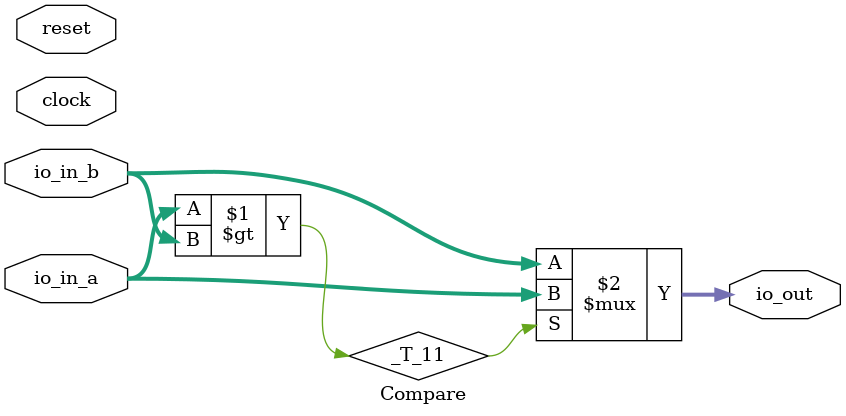
<source format=v>
module Compare( // @[:@3.2]
  input        clock, // @[:@4.4]
  input        reset, // @[:@5.4]
  input  [3:0] io_in_a, // @[:@6.4]
  input  [3:0] io_in_b, // @[:@6.4]
  output [3:0] io_out // @[:@6.4]
);
  wire  _T_11; // @[Comp.scala 11:15:@8.4]
  assign _T_11 = $signed(io_in_a) > $signed(io_in_b); // @[Comp.scala 11:15:@8.4]
  assign io_out = _T_11 ? $signed(io_in_a) : $signed(io_in_b); // @[Comp.scala 12:12:@10.6 Comp.scala 14:14:@13.6]
endmodule

</source>
